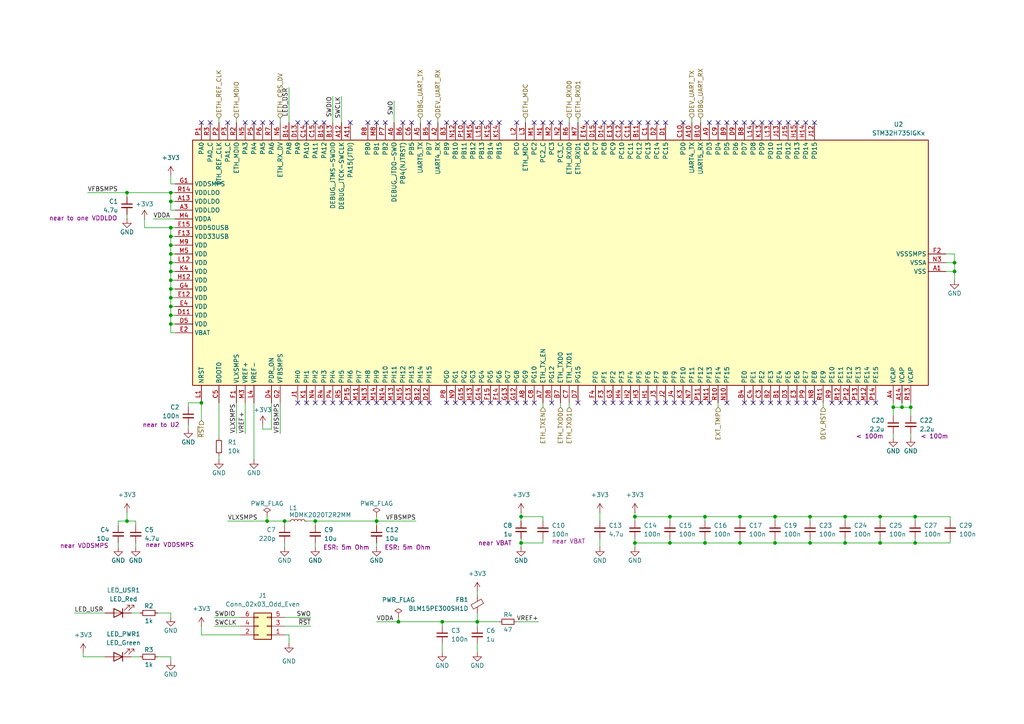
<source format=kicad_sch>
(kicad_sch (version 20231120) (generator "eeschema") (generator_version "8.0")
  (paper "A4")
  (junction (at 255.27 157.48))
  (junction (at 214.63 149.86))
  (junction (at 109.22 151.13))
  (junction (at 276.86 78.74))
  (junction (at 214.63 157.48))
  (junction (at 265.43 157.48))
  (junction (at 276.86 76.2))
  (junction (at 194.31 149.86))
  (junction (at 49.53 88.9))
  (junction (at 49.53 71.12))
  (junction (at 245.11 149.86))
  (junction (at 36.83 151.13))
  (junction (at 36.83 55.88))
  (junction (at 49.53 93.98))
  (junction (at 82.55 151.13))
  (junction (at 49.53 55.88))
  (junction (at 49.53 73.66))
  (junction (at 49.53 78.74))
  (junction (at 49.53 81.28))
  (junction (at 194.31 157.48))
  (junction (at 255.27 149.86))
  (junction (at 49.53 86.36))
  (junction (at 265.43 149.86))
  (junction (at 204.47 149.86))
  (junction (at 234.95 157.48))
  (junction (at 49.53 91.44))
  (junction (at 224.79 149.86))
  (junction (at 49.53 68.58))
  (junction (at 184.15 149.86))
  (junction (at 264.16 118.11))
  (junction (at 115.57 180.34))
  (junction (at 49.53 58.42))
  (junction (at 234.95 149.86))
  (junction (at 77.47 151.13))
  (junction (at 49.53 83.82))
  (junction (at 91.44 151.13))
  (junction (at 224.79 157.48))
  (junction (at 138.43 180.34))
  (junction (at 151.13 157.48))
  (junction (at 151.13 149.86))
  (junction (at 49.53 76.2))
  (junction (at 204.47 157.48))
  (junction (at 261.62 118.11))
  (junction (at 245.11 157.48))
  (junction (at 184.15 157.48))
  (junction (at 128.27 180.34))
  (junction (at 58.42 116.84))
  (junction (at 49.53 66.04))
  (junction (at 259.08 118.11))
  (no_connect (at 223.52 116.84))
  (no_connect (at 185.42 116.84))
  (no_connect (at 243.84 116.84))
  (no_connect (at 119.38 35.56))
  (no_connect (at 210.82 35.56))
  (no_connect (at 172.72 35.56))
  (no_connect (at 193.04 116.84))
  (no_connect (at 177.8 35.56))
  (no_connect (at 106.68 35.56))
  (no_connect (at 134.62 35.56))
  (no_connect (at 167.64 116.84))
  (no_connect (at 187.96 35.56))
  (no_connect (at 198.12 35.56))
  (no_connect (at 210.82 116.84))
  (no_connect (at 142.24 116.84))
  (no_connect (at 88.9 116.84))
  (no_connect (at 147.32 116.84))
  (no_connect (at 111.76 116.84))
  (no_connect (at 91.44 116.84))
  (no_connect (at 111.76 35.56))
  (no_connect (at 60.96 35.56))
  (no_connect (at 218.44 35.56))
  (no_connect (at 134.62 116.84))
  (no_connect (at 149.86 116.84))
  (no_connect (at 101.6 116.84))
  (no_connect (at 228.6 35.56))
  (no_connect (at 129.54 35.56))
  (no_connect (at 205.74 116.84))
  (no_connect (at 124.46 116.84))
  (no_connect (at 233.68 35.56))
  (no_connect (at 114.3 116.84))
  (no_connect (at 160.02 35.56))
  (no_connect (at 78.74 35.56))
  (no_connect (at 231.14 116.84))
  (no_connect (at 236.22 116.84))
  (no_connect (at 226.06 35.56))
  (no_connect (at 104.14 116.84))
  (no_connect (at 177.8 116.84))
  (no_connect (at 99.06 116.84))
  (no_connect (at 132.08 35.56))
  (no_connect (at 116.84 35.56))
  (no_connect (at 254 116.84))
  (no_connect (at 172.72 116.84))
  (no_connect (at 129.54 116.84))
  (no_connect (at 132.08 116.84))
  (no_connect (at 76.2 35.56))
  (no_connect (at 205.74 35.56))
  (no_connect (at 180.34 35.56))
  (no_connect (at 226.06 116.84))
  (no_connect (at 223.52 35.56))
  (no_connect (at 144.78 116.84))
  (no_connect (at 190.5 116.84))
  (no_connect (at 86.36 35.56))
  (no_connect (at 58.42 35.56))
  (no_connect (at 218.44 116.84))
  (no_connect (at 91.44 35.56))
  (no_connect (at 106.68 116.84))
  (no_connect (at 215.9 35.56))
  (no_connect (at 251.46 116.84))
  (no_connect (at 96.52 116.84))
  (no_connect (at 73.66 35.56))
  (no_connect (at 139.7 116.84))
  (no_connect (at 162.56 35.56))
  (no_connect (at 93.98 35.56))
  (no_connect (at 231.14 35.56))
  (no_connect (at 208.28 35.56))
  (no_connect (at 187.96 116.84))
  (no_connect (at 137.16 35.56))
  (no_connect (at 109.22 116.84))
  (no_connect (at 124.46 35.56))
  (no_connect (at 88.9 35.56))
  (no_connect (at 246.38 116.84))
  (no_connect (at 121.92 116.84))
  (no_connect (at 175.26 35.56))
  (no_connect (at 93.98 116.84))
  (no_connect (at 116.84 116.84))
  (no_connect (at 220.98 35.56))
  (no_connect (at 241.3 116.84))
  (no_connect (at 170.18 35.56))
  (no_connect (at 154.94 35.56))
  (no_connect (at 109.22 35.56))
  (no_connect (at 142.24 35.56))
  (no_connect (at 203.2 116.84))
  (no_connect (at 198.12 116.84))
  (no_connect (at 137.16 116.84))
  (no_connect (at 215.9 116.84))
  (no_connect (at 233.68 116.84))
  (no_connect (at 236.22 35.56))
  (no_connect (at 139.7 35.56))
  (no_connect (at 200.66 116.84))
  (no_connect (at 185.42 35.56))
  (no_connect (at 180.34 116.84))
  (no_connect (at 152.4 116.84))
  (no_connect (at 193.04 35.56))
  (no_connect (at 157.48 35.56))
  (no_connect (at 182.88 35.56))
  (no_connect (at 190.5 35.56))
  (no_connect (at 86.36 116.84))
  (no_connect (at 66.04 35.56))
  (no_connect (at 228.6 116.84))
  (no_connect (at 119.38 116.84))
  (no_connect (at 182.88 116.84))
  (no_connect (at 144.78 35.56))
  (no_connect (at 213.36 35.56))
  (no_connect (at 71.12 35.56))
  (no_connect (at 160.02 116.84))
  (no_connect (at 175.26 116.84))
  (no_connect (at 248.92 116.84))
  (no_connect (at 101.6 35.56))
  (no_connect (at 149.86 35.56))
  (no_connect (at 220.98 116.84))
  (no_connect (at 154.94 116.84))
  (no_connect (at 195.58 116.84))
  (wire (pts (xy 50.8 58.42) (xy 49.53 58.42)))
  (wire (pts (xy 58.42 184.15) (xy 69.85 184.15)))
  (wire (pts (xy 275.59 156.21) (xy 275.59 157.48)))
  (wire (pts (xy 81.28 34.29) (xy 81.28 35.56)))
  (wire (pts (xy 68.58 34.29) (xy 68.58 35.56)))
  (wire (pts (xy 45.72 177.8) (xy 49.53 177.8)))
  (wire (pts (xy 58.42 181.61) (xy 58.42 184.15)))
  (wire (pts (xy 54.61 123.19) (xy 54.61 124.46)))
  (wire (pts (xy 82.55 151.13) (xy 83.82 151.13)))
  (wire (pts (xy 49.53 91.44) (xy 49.53 93.98)))
  (wire (pts (xy 91.44 157.48) (xy 91.44 158.75)))
  (wire (pts (xy 34.29 157.48) (xy 34.29 158.75)))
  (wire (pts (xy 234.95 156.21) (xy 234.95 157.48)))
  (wire (pts (xy 167.64 35.56) (xy 167.64 34.29)))
  (wire (pts (xy 151.13 149.86) (xy 157.48 149.86)))
  (wire (pts (xy 128.27 180.34) (xy 138.43 180.34)))
  (wire (pts (xy 214.63 149.86) (xy 204.47 149.86)))
  (wire (pts (xy 77.47 151.13) (xy 82.55 151.13)))
  (wire (pts (xy 162.56 116.84) (xy 162.56 118.11)))
  (wire (pts (xy 50.8 81.28) (xy 49.53 81.28)))
  (wire (pts (xy 77.47 149.86) (xy 77.47 151.13)))
  (wire (pts (xy 238.76 116.84) (xy 238.76 118.11)))
  (wire (pts (xy 36.83 148.59) (xy 36.83 151.13)))
  (wire (pts (xy 151.13 157.48) (xy 151.13 158.75)))
  (wire (pts (xy 224.79 149.86) (xy 214.63 149.86)))
  (wire (pts (xy 165.1 34.29) (xy 165.1 35.56)))
  (wire (pts (xy 265.43 157.48) (xy 275.59 157.48)))
  (wire (pts (xy 109.22 151.13) (xy 91.44 151.13)))
  (wire (pts (xy 255.27 149.86) (xy 245.11 149.86)))
  (wire (pts (xy 224.79 157.48) (xy 234.95 157.48)))
  (wire (pts (xy 265.43 149.86) (xy 255.27 149.86)))
  (wire (pts (xy 204.47 156.21) (xy 204.47 157.48)))
  (wire (pts (xy 204.47 149.86) (xy 194.31 149.86)))
  (wire (pts (xy 115.57 179.07) (xy 115.57 180.34)))
  (wire (pts (xy 245.11 149.86) (xy 234.95 149.86)))
  (wire (pts (xy 99.06 27.94) (xy 99.06 35.56)))
  (wire (pts (xy 214.63 156.21) (xy 214.63 157.48)))
  (wire (pts (xy 121.92 34.29) (xy 121.92 35.56)))
  (wire (pts (xy 49.53 76.2) (xy 49.53 73.66)))
  (wire (pts (xy 138.43 171.45) (xy 138.43 172.72)))
  (wire (pts (xy 276.86 73.66) (xy 276.86 76.2)))
  (wire (pts (xy 245.11 157.48) (xy 255.27 157.48)))
  (wire (pts (xy 62.23 181.61) (xy 69.85 181.61)))
  (wire (pts (xy 173.99 148.59) (xy 173.99 151.13)))
  (wire (pts (xy 276.86 78.74) (xy 276.86 81.28)))
  (wire (pts (xy 68.58 125.73) (xy 68.58 116.84)))
  (wire (pts (xy 78.74 124.46) (xy 78.74 116.84)))
  (wire (pts (xy 152.4 34.29) (xy 152.4 35.56)))
  (wire (pts (xy 82.55 184.15) (xy 83.82 184.15)))
  (wire (pts (xy 214.63 157.48) (xy 224.79 157.48)))
  (wire (pts (xy 264.16 118.11) (xy 264.16 120.65)))
  (wire (pts (xy 194.31 156.21) (xy 194.31 157.48)))
  (wire (pts (xy 50.8 68.58) (xy 49.53 68.58)))
  (wire (pts (xy 49.53 190.5) (xy 49.53 191.77)))
  (wire (pts (xy 184.15 148.59) (xy 184.15 149.86)))
  (wire (pts (xy 50.8 78.74) (xy 49.53 78.74)))
  (wire (pts (xy 200.66 34.29) (xy 200.66 35.56)))
  (wire (pts (xy 81.28 116.84) (xy 81.28 125.73)))
  (wire (pts (xy 275.59 149.86) (xy 265.43 149.86)))
  (wire (pts (xy 36.83 55.88) (xy 49.53 55.88)))
  (wire (pts (xy 203.2 34.29) (xy 203.2 35.56)))
  (wire (pts (xy 275.59 151.13) (xy 275.59 149.86)))
  (wire (pts (xy 151.13 149.86) (xy 151.13 151.13)))
  (wire (pts (xy 184.15 157.48) (xy 194.31 157.48)))
  (wire (pts (xy 194.31 157.48) (xy 204.47 157.48)))
  (wire (pts (xy 234.95 149.86) (xy 234.95 151.13)))
  (wire (pts (xy 49.53 81.28) (xy 49.53 83.82)))
  (wire (pts (xy 255.27 156.21) (xy 255.27 157.48)))
  (wire (pts (xy 259.08 116.84) (xy 259.08 118.11)))
  (wire (pts (xy 259.08 125.73) (xy 259.08 127)))
  (wire (pts (xy 255.27 157.48) (xy 265.43 157.48)))
  (wire (pts (xy 82.55 157.48) (xy 82.55 158.75)))
  (wire (pts (xy 274.32 73.66) (xy 276.86 73.66)))
  (wire (pts (xy 194.31 149.86) (xy 194.31 151.13)))
  (wire (pts (xy 49.53 68.58) (xy 49.53 71.12)))
  (wire (pts (xy 76.2 124.46) (xy 78.74 124.46)))
  (wire (pts (xy 157.48 151.13) (xy 157.48 149.86)))
  (wire (pts (xy 184.15 157.48) (xy 184.15 158.75)))
  (wire (pts (xy 62.23 179.07) (xy 69.85 179.07)))
  (wire (pts (xy 25.4 55.88) (xy 36.83 55.88)))
  (wire (pts (xy 50.8 93.98) (xy 49.53 93.98)))
  (wire (pts (xy 274.32 76.2) (xy 276.86 76.2)))
  (wire (pts (xy 39.37 151.13) (xy 39.37 152.4)))
  (wire (pts (xy 50.8 53.34) (xy 49.53 53.34)))
  (wire (pts (xy 157.48 116.84) (xy 157.48 118.11)))
  (wire (pts (xy 71.12 116.84) (xy 71.12 125.73)))
  (wire (pts (xy 44.45 63.5) (xy 50.8 63.5)))
  (wire (pts (xy 63.5 116.84) (xy 63.5 127)))
  (wire (pts (xy 41.91 66.04) (xy 41.91 63.5)))
  (wire (pts (xy 45.72 190.5) (xy 49.53 190.5)))
  (wire (pts (xy 50.8 83.82) (xy 49.53 83.82)))
  (wire (pts (xy 36.83 151.13) (xy 39.37 151.13)))
  (wire (pts (xy 264.16 116.84) (xy 264.16 118.11)))
  (wire (pts (xy 91.44 151.13) (xy 91.44 152.4)))
  (wire (pts (xy 36.83 55.88) (xy 36.83 57.15)))
  (wire (pts (xy 265.43 149.86) (xy 265.43 151.13)))
  (wire (pts (xy 157.48 156.21) (xy 157.48 157.48)))
  (wire (pts (xy 234.95 157.48) (xy 245.11 157.48)))
  (wire (pts (xy 82.55 179.07) (xy 90.17 179.07)))
  (wire (pts (xy 34.29 151.13) (xy 34.29 152.4)))
  (wire (pts (xy 63.5 132.08) (xy 63.5 133.35)))
  (wire (pts (xy 49.53 177.8) (xy 49.53 179.07)))
  (wire (pts (xy 49.53 60.96) (xy 49.53 58.42)))
  (wire (pts (xy 41.91 66.04) (xy 49.53 66.04)))
  (wire (pts (xy 157.48 157.48) (xy 151.13 157.48)))
  (wire (pts (xy 184.15 156.21) (xy 184.15 157.48)))
  (wire (pts (xy 165.1 118.11) (xy 165.1 116.84)))
  (wire (pts (xy 208.28 116.84) (xy 208.28 118.11)))
  (wire (pts (xy 151.13 148.59) (xy 151.13 149.86)))
  (wire (pts (xy 24.13 190.5) (xy 30.48 190.5)))
  (wire (pts (xy 76.2 123.19) (xy 76.2 124.46)))
  (wire (pts (xy 50.8 86.36) (xy 49.53 86.36)))
  (wire (pts (xy 54.61 116.84) (xy 58.42 116.84)))
  (wire (pts (xy 38.1 190.5) (xy 40.64 190.5)))
  (wire (pts (xy 50.8 88.9) (xy 49.53 88.9)))
  (wire (pts (xy 149.86 180.34) (xy 156.21 180.34)))
  (wire (pts (xy 63.5 34.29) (xy 63.5 35.56)))
  (wire (pts (xy 109.22 157.48) (xy 109.22 158.75)))
  (wire (pts (xy 49.53 66.04) (xy 49.53 68.58)))
  (wire (pts (xy 151.13 156.21) (xy 151.13 157.48)))
  (wire (pts (xy 255.27 149.86) (xy 255.27 151.13)))
  (wire (pts (xy 114.3 29.21) (xy 114.3 35.56)))
  (wire (pts (xy 39.37 157.48) (xy 39.37 158.75)))
  (wire (pts (xy 49.53 58.42) (xy 49.53 55.88)))
  (wire (pts (xy 128.27 186.69) (xy 128.27 189.23)))
  (wire (pts (xy 109.22 152.4) (xy 109.22 151.13)))
  (wire (pts (xy 50.8 73.66) (xy 49.53 73.66)))
  (wire (pts (xy 259.08 118.11) (xy 259.08 120.65)))
  (wire (pts (xy 82.55 151.13) (xy 82.55 152.4)))
  (wire (pts (xy 214.63 149.86) (xy 214.63 151.13)))
  (wire (pts (xy 138.43 180.34) (xy 138.43 181.61)))
  (wire (pts (xy 49.53 93.98) (xy 49.53 96.52)))
  (wire (pts (xy 49.53 88.9) (xy 49.53 91.44)))
  (wire (pts (xy 138.43 186.69) (xy 138.43 189.23)))
  (wire (pts (xy 245.11 149.86) (xy 245.11 151.13)))
  (wire (pts (xy 128.27 181.61) (xy 128.27 180.34)))
  (wire (pts (xy 24.13 189.23) (xy 24.13 190.5)))
  (wire (pts (xy 50.8 60.96) (xy 49.53 60.96)))
  (wire (pts (xy 265.43 156.21) (xy 265.43 157.48)))
  (wire (pts (xy 49.53 53.34) (xy 49.53 50.8)))
  (wire (pts (xy 66.04 151.13) (xy 77.47 151.13)))
  (wire (pts (xy 264.16 125.73) (xy 264.16 127)))
  (wire (pts (xy 224.79 149.86) (xy 224.79 151.13)))
  (wire (pts (xy 21.59 177.8) (xy 30.48 177.8)))
  (wire (pts (xy 91.44 151.13) (xy 88.9 151.13)))
  (wire (pts (xy 83.82 25.4) (xy 83.82 35.56)))
  (wire (pts (xy 173.99 156.21) (xy 173.99 158.75)))
  (wire (pts (xy 50.8 76.2) (xy 49.53 76.2)))
  (wire (pts (xy 49.53 55.88) (xy 50.8 55.88)))
  (wire (pts (xy 184.15 149.86) (xy 184.15 151.13)))
  (wire (pts (xy 276.86 76.2) (xy 276.86 78.74)))
  (wire (pts (xy 261.62 118.11) (xy 261.62 116.84)))
  (wire (pts (xy 83.82 184.15) (xy 83.82 186.69)))
  (wire (pts (xy 82.55 181.61) (xy 90.17 181.61)))
  (wire (pts (xy 38.1 177.8) (xy 40.64 177.8)))
  (wire (pts (xy 224.79 156.21) (xy 224.79 157.48)))
  (wire (pts (xy 138.43 177.8) (xy 138.43 180.34)))
  (wire (pts (xy 54.61 118.11) (xy 54.61 116.84)))
  (wire (pts (xy 234.95 149.86) (xy 224.79 149.86)))
  (wire (pts (xy 49.53 78.74) (xy 49.53 76.2)))
  (wire (pts (xy 259.08 118.11) (xy 261.62 118.11)))
  (wire (pts (xy 109.22 149.86) (xy 109.22 151.13)))
  (wire (pts (xy 50.8 66.04) (xy 49.53 66.04)))
  (wire (pts (xy 36.83 62.23) (xy 36.83 63.5)))
  (wire (pts (xy 50.8 96.52) (xy 49.53 96.52)))
  (wire (pts (xy 49.53 86.36) (xy 49.53 83.82)))
  (wire (pts (xy 127 34.29) (xy 127 35.56)))
  (wire (pts (xy 115.57 180.34) (xy 128.27 180.34)))
  (wire (pts (xy 49.53 78.74) (xy 49.53 81.28)))
  (wire (pts (xy 204.47 157.48) (xy 214.63 157.48)))
  (wire (pts (xy 245.11 156.21) (xy 245.11 157.48)))
  (wire (pts (xy 49.53 86.36) (xy 49.53 88.9)))
  (wire (pts (xy 49.53 71.12) (xy 50.8 71.12)))
  (wire (pts (xy 73.66 116.84) (xy 73.66 133.35)))
  (wire (pts (xy 261.62 118.11) (xy 264.16 118.11)))
  (wire (pts (xy 274.32 78.74) (xy 276.86 78.74)))
  (wire (pts (xy 34.29 151.13) (xy 36.83 151.13)))
  (wire (pts (xy 138.43 180.34) (xy 144.78 180.34)))
  (wire (pts (xy 49.53 71.12) (xy 49.53 73.66)))
  (wire (pts (xy 109.22 180.34) (xy 115.57 180.34)))
  (wire (pts (xy 109.22 151.13) (xy 120.65 151.13)))
  (wire (pts (xy 204.47 149.86) (xy 204.47 151.13)))
  (wire (pts (xy 96.52 27.94) (xy 96.52 35.56)))
  (wire (pts (xy 50.8 91.44) (xy 49.53 91.44)))
  (wire (pts (xy 194.31 149.86) (xy 184.15 149.86)))
  (wire (pts (xy 58.42 121.92) (xy 58.42 116.84)))
  (label "VFBSMPS" (at 25.4 55.88 0))
  (label "VLXSMPS" (at 68.58 125.73 90))
  (label "LED_USR" (at 83.82 25.4 270))
  (label "SWCLK" (at 99.06 27.94 270))
  (label "VLXSMPS" (at 66.04 151.13 0))
  (label "SWDIO" (at 62.23 179.07 0))
  (label "LED_USR" (at 21.59 177.8 0))
  (label "VDDA" (at 44.45 63.5 0))
  (label "SWCLK" (at 62.23 181.61 0))
  (label "VREF+" (at 156.21 180.34 180))
  (label "VFBSMPS" (at 120.65 151.13 180))
  (label "VFBSMPS" (at 81.28 125.73 90))
  (label "SWO" (at 90.17 179.07 180))
  (label "VDDA" (at 109.22 180.34 0))
  (label "SWO" (at 114.3 29.21 270))
  (label "SWDIO" (at 96.52 27.94 270))
  (label "~{RST}" (at 90.17 181.61 180))
  (label "VREF+" (at 71.12 125.73 90))
  (hierarchical_label "ETH_TXD0" (shape input) (at 162.56 118.11 270))
  (hierarchical_label "ETH_CRS_DV" (shape input) (at 81.28 34.29 90))
  (hierarchical_label "ETH_MDIO" (shape input) (at 68.58 34.29 90))
  (hierarchical_label "ETH_REF_CLK" (shape input) (at 63.5 34.29 90))
  (hierarchical_label "ETH_TXEN" (shape input) (at 157.48 118.11 270))
  (hierarchical_label "EXT_TMP" (shape input) (at 208.28 118.11 270))
  (hierarchical_label "DEV_UART_RX" (shape input) (at 127 34.29 90))
  (hierarchical_label "DBG_UART_TX" (shape input) (at 121.92 34.29 90))
  (hierarchical_label "~{RST}" (shape input) (at 58.42 121.92 270))
  (hierarchical_label "DEV_UART_TX" (shape input) (at 200.66 34.29 90))
  (hierarchical_label "ETH_TXD1" (shape input) (at 165.1 118.11 270))
  (hierarchical_label "ETH_MDC" (shape input) (at 152.4 34.29 90))
  (hierarchical_label "DEV_RST" (shape input) (at 238.76 118.11 270))
  (hierarchical_label "ETH_RXD1" (shape input) (at 167.64 34.29 90))
  (hierarchical_label "ETH_RXD0" (shape input) (at 165.1 34.29 90))
  (hierarchical_label "DBG_UART_RX" (shape input) (at 203.2 34.29 90))
  (symbol (lib_id "power:GND") (at 91.44 158.75 0) (unit 1)
    (property "Reference" "#PWR020" (effects (hide yes)))
    (property "Value" "GND" (at 91.44 162.56 0))
    (property "Description" "Power symbol creates a global label with name \"GND\" , ground" (effects (hide yes)))
  )
  (symbol (lib_id "Device:C_Small") (at 259.08 123.19 0) (mirror y) (unit 1)
    (property "Reference" "C20" (at 256.54 121.9262 0) (effects (justify left)))
    (property "Value" "2.2u" (at 256.54 124.4662 0) (effects (justify left)))
    (property "Footprint" "Capacitor_SMD:C_0402_1005Metric_Pad0.74x0.62mm_HandSolder" (effects (hide yes)))
    (property "Description" "Unpolarized capacitor, small symbol" (effects (hide yes)))
    (property "ESR" "< 100m" (at 256.286 126.492 0) (effects (justify left)))
    (property "Mouser Part Number" "963-MSASL105SB5225KF" (effects (hide yes)))
  )
  (symbol (lib_id "power:GND") (at 49.53 179.07 0) (unit 1)
    (property "Reference" "#PWR05" (effects (hide yes)))
    (property "Value" "GND" (at 49.53 182.88 0))
    (property "Description" "Power symbol creates a global label with name \"GND\" , ground" (effects (hide yes)))
  )
  (symbol (lib_id "power:GND") (at 276.86 81.28 0) (unit 1)
    (property "Reference" "#PWR031" (effects (hide yes)))
    (property "Value" "GND" (at 276.86 85.09 0))
    (property "Description" "Power symbol creates a global label with name \"GND\" , ground" (effects (hide yes)))
  )
  (symbol (lib_id "Device:LED") (at 34.29 190.5 180) (unit 1)
    (property "Reference" "LED_PWR1" (at 35.814 183.896 0))
    (property "Value" "LED_Green" (at 35.814 186.436 0))
    (property "Footprint" "LED_SMD:LED_0402_1005Metric_Pad0.77x0.64mm_HandSolder" (effects (hide yes)))
    (property "Description" "Light emitting diode" (effects (hide yes)))
    (property "Mouser Part Number" "755-SML-P11MTT86R" (effects (hide yes)))
    (property "Display" "PWR" (effects (hide yes)))
  )
  (symbol (lib_id "Device:C_Small") (at 157.48 153.67 0) (unit 1)
    (property "Reference" "C10" (at 160.02 152.4062 0) (effects (justify left)))
    (property "Value" "100n" (at 160.02 154.9462 0) (effects (justify left)))
    (property "Footprint" "Capacitor_SMD:C_0402_1005Metric_Pad0.74x0.62mm_HandSolder" (effects (hide yes)))
    (property "Description" "Unpolarized capacitor, small symbol" (effects (hide yes)))
    (property "note" "near VBAT" (at 160.02 156.972 0) (effects (justify left)))
    (property "Mouser Part Number" "187-80-C0402C104K4R7867" (effects (hide yes)))
  )
  (symbol (lib_id "power:PWR_FLAG") (at 77.47 149.86 0) (unit 1)
    (property "Reference" "#FLG05" (effects (hide yes)))
    (property "Value" "PWR_FLAG" (at 77.47 146.05 0))
    (property "Description" "Special symbol for telling ERC where power comes from" (effects (hide yes)))
  )
  (symbol (lib_id "power:GND") (at 54.61 124.46 0) (unit 1)
    (property "Reference" "#PWR045" (effects (hide yes)))
    (property "Value" "GND" (at 54.61 128.27 0))
    (property "Description" "Power symbol creates a global label with name \"GND\" , ground" (effects (hide yes)))
  )
  (symbol (lib_id "Device:C_Small") (at 184.15 153.67 0) (unit 1)
    (property "Reference" "C14" (at 186.69 152.4062 0) (effects (justify left)))
    (property "Value" "100n" (at 186.69 154.9462 0) (effects (justify left)))
    (property "Footprint" "Capacitor_SMD:C_0402_1005Metric_Pad0.74x0.62mm_HandSolder" (effects (hide yes)))
    (property "Description" "Unpolarized capacitor, small symbol" (effects (hide yes)))
    (property "Mouser Part Number" "187-80-C0402C104K4R7867" (effects (hide yes)))
  )
  (symbol (lib_id "Device:C_Small") (at 255.27 153.67 0) (unit 1)
    (property "Reference" "C25" (at 257.81 152.4062 0) (effects (justify left)))
    (property "Value" "100n" (at 257.81 154.9462 0) (effects (justify left)))
    (property "Footprint" "Capacitor_SMD:C_0402_1005Metric_Pad0.74x0.62mm_HandSolder" (effects (hide yes)))
    (property "Description" "Unpolarized capacitor, small symbol" (effects (hide yes)))
    (property "Mouser Part Number" "187-80-C0402C104K4R7867" (effects (hide yes)))
  )
  (symbol (lib_id "power:+3V3") (at 58.42 181.61 0) (unit 1)
    (property "Reference" "#PWR07" (effects (hide yes)))
    (property "Value" "+3V3" (at 58.42 176.53 0))
    (property "Description" "Power symbol creates a global label with name \"+3V3\"" (effects (hide yes)))
  )
  (symbol (lib_id "power:PWR_FLAG") (at 109.22 149.86 0) (unit 1)
    (property "Reference" "#FLG04" (effects (hide yes)))
    (property "Value" "PWR_FLAG" (at 109.22 146.05 0))
    (property "Description" "Special symbol for telling ERC where power comes from" (effects (hide yes)))
  )
  (symbol (lib_id "Device:C_Small") (at 224.79 153.67 0) (unit 1)
    (property "Reference" "C19" (at 227.33 152.4062 0) (effects (justify left)))
    (property "Value" "100n" (at 227.33 154.9462 0) (effects (justify left)))
    (property "Footprint" "Capacitor_SMD:C_0402_1005Metric_Pad0.74x0.62mm_HandSolder" (effects (hide yes)))
    (property "Description" "Unpolarized capacitor, small symbol" (effects (hide yes)))
    (property "Mouser Part Number" "187-80-C0402C104K4R7867" (effects (hide yes)))
  )
  (symbol (lib_id "Device:C_Small") (at 214.63 153.67 0) (unit 1)
    (property "Reference" "C17" (at 217.17 152.4062 0) (effects (justify left)))
    (property "Value" "100n" (at 217.17 154.9462 0) (effects (justify left)))
    (property "Footprint" "Capacitor_SMD:C_0402_1005Metric_Pad0.74x0.62mm_HandSolder" (effects (hide yes)))
    (property "Description" "Unpolarized capacitor, small symbol" (effects (hide yes)))
    (property "Mouser Part Number" "187-80-C0402C104K4R7867" (effects (hide yes)))
  )
  (symbol (lib_id "power:+3V3") (at 76.2 123.19 0) (unit 1)
    (property "Reference" "#PWR08" (effects (hide yes)))
    (property "Value" "+3V3" (at 76.2 118.872 0))
    (property "Description" "Power symbol creates a global label with name \"+3V3\"" (effects (hide yes)))
  )
  (symbol (lib_id "Device:C_Small") (at 34.29 154.94 0) (mirror y) (unit 1)
    (property "Reference" "C4" (at 31.75 153.6762 0) (effects (justify left)))
    (property "Value" "10u" (at 31.75 156.2162 0) (effects (justify left)))
    (property "Footprint" "Capacitor_SMD:C_0402_1005Metric_Pad0.74x0.62mm_HandSolder" (effects (hide yes)))
    (property "Description" "Unpolarized capacitor, small symbol" (effects (hide yes)))
    (property "note" "near VDDSMPS" (at 31.496 158.242 0) (effects (justify left)))
    (property "Mouser Part Number" "187-CL05A106MP6NUN8" (effects (hide yes)))
  )
  (symbol (lib_id "Device:C_Small") (at 109.22 154.94 0) (unit 1)
    (property "Reference" "C12" (at 111.76 153.6762 0) (effects (justify left)))
    (property "Value" "10u" (at 111.76 156.2162 0) (effects (justify left)))
    (property "Footprint" "Capacitor_SMD:C_0402_1005Metric_Pad0.74x0.62mm_HandSolder" (effects (hide yes)))
    (property "Description" "Unpolarized capacitor, small symbol" (effects (hide yes)))
    (property "ESR" "5m Ohm" (at 111.506 158.75 0) (show_name yes) (effects (justify left)))
    (property "Mouser Part Number" "187-CL05A106MP6NUN8" (effects (hide yes)))
  )
  (symbol (lib_id "power:GND") (at 73.66 133.35 0) (unit 1)
    (property "Reference" "#PWR043" (effects (hide yes)))
    (property "Value" "GND" (at 73.66 137.16 0))
    (property "Description" "Power symbol creates a global label with name \"GND\" , ground" (effects (hide yes)))
  )
  (symbol (lib_id "Connector_Generic:Conn_02x03_Odd_Even") (at 77.47 181.61 180) (unit 1)
    (property "Reference" "J1" (at 76.2 172.72 0))
    (property "Value" "Conn_02x03_Odd_Even" (at 76.2 175.26 0))
    (property "Footprint" "extras:SAMTEC_CLT-103-01-F-D" (effects (hide yes)))
    (property "Description" "Generic connector, double row, 02x03, odd/even pin numbering scheme (row 1 odd numbers, row 2 even numbers), script generated (kicad-library-utils/schlib/autogen/connector/)" (effects (hide yes)))
    (property "Mouser Part Number" "710-62000621121" (effects (hide yes)))
  )
  (symbol (lib_id "power:GND") (at 173.99 158.75 0) (unit 1)
    (property "Reference" "#PWR024" (effects (hide yes)))
    (property "Value" "GND" (at 173.99 162.56 0))
    (property "Description" "Power symbol creates a global label with name \"GND\" , ground" (effects (hide yes)))
  )
  (symbol (lib_id "power:+3V3") (at 49.53 50.8 0) (unit 1)
    (property "Reference" "#PWR044" (effects (hide yes)))
    (property "Value" "+3V3" (at 49.53 45.72 0))
    (property "Description" "Power symbol creates a global label with name \"+3V3\"" (effects (hide yes)))
  )
  (symbol (lib_id "Device:C_Small") (at 54.61 120.65 0) (mirror y) (unit 1)
    (property "Reference" "C2" (at 52.07 118.1162 0) (effects (justify left)))
    (property "Value" "100n" (at 52.07 120.6562 0) (effects (justify left)))
    (property "Footprint" "Capacitor_SMD:C_0402_1005Metric_Pad0.74x0.62mm_HandSolder" (effects (hide yes)))
    (property "Description" "Unpolarized capacitor, small symbol" (effects (hide yes)))
    (property "note" "near to U2" (at 52.07 123.1962 0) (effects (justify left)))
    (property "Mouser Part Number" "187-80-C0402C104K4R7867" (effects (hide yes)))
  )
  (symbol (lib_id "Device:R_Small") (at 43.18 177.8 90) (unit 1)
    (property "Reference" "R2" (at 43.18 175.768 90))
    (property "Value" "1k" (at 43.18 180.086 90))
    (property "Footprint" "Resistor_SMD:R_0402_1005Metric_Pad0.72x0.64mm_HandSolder" (effects (hide yes)))
    (property "Description" "Resistor, small symbol" (effects (hide yes)))
    (property "Mouser Part Number" "652-CR0402AFX1001GLF" (effects (hide yes)))
  )
  (symbol (lib_id "Device:R_Small") (at 63.5 129.54 0) (unit 1)
    (property "Reference" "R1" (at 66.04 128.2699 0) (effects (justify left)))
    (property "Value" "10k" (at 66.04 130.8099 0) (effects (justify left)))
    (property "Footprint" "Resistor_SMD:R_0402_1005Metric_Pad0.72x0.64mm_HandSolder" (effects (hide yes)))
    (property "Description" "Resistor, small symbol" (effects (hide yes)))
    (property "Mouser Part Number" "652-CR0402AFX1002GAS" (effects (hide yes)))
  )
  (symbol (lib_id "power:GND") (at 39.37 158.75 0) (unit 1)
    (property "Reference" "#PWR013" (effects (hide yes)))
    (property "Value" "GND" (at 39.37 162.56 0))
    (property "Description" "Power symbol creates a global label with name \"GND\" , ground" (effects (hide yes)))
  )
  (symbol (lib_id "power:GND") (at 151.13 158.75 0) (unit 1)
    (property "Reference" "#PWR019" (effects (hide yes)))
    (property "Value" "GND" (at 151.13 162.56 0))
    (property "Description" "Power symbol creates a global label with name \"GND\" , ground" (effects (hide yes)))
  )
  (symbol (lib_id "Device:C_Small") (at 39.37 154.94 0) (unit 1)
    (property "Reference" "C5" (at 41.91 153.6762 0) (effects (justify left)))
    (property "Value" "4.7u" (at 41.91 156.2162 0) (effects (justify left)))
    (property "Footprint" "Capacitor_SMD:C_0402_1005Metric_Pad0.74x0.62mm_HandSolder" (effects (hide yes)))
    (property "Description" "Unpolarized capacitor, small symbol" (effects (hide yes)))
    (property "note" "near VDDSMPS" (at 42.164 157.988 0) (effects (justify left)))
    (property "Mouser Part Number" "187-CL05A475MP5NRNC" (effects (hide yes)))
  )
  (symbol (lib_id "power:GND") (at 82.55 158.75 0) (unit 1)
    (property "Reference" "#PWR017" (effects (hide yes)))
    (property "Value" "GND" (at 82.55 162.56 0))
    (property "Description" "Power symbol creates a global label with name \"GND\" , ground" (effects (hide yes)))
  )
  (symbol (lib_id "MCU_ST_STM32H7:STM32H735IGKx") (at 162.56 76.2 90) (unit 1)
    (property "Reference" "U2" (at 260.604 36.068 90))
    (property "Value" "STM32H735IGKx" (at 260.604 38.608 90))
    (property "Footprint" "Package_BGA:UFBGA-201_10x10mm_Layout15x15_P0.65mm" (effects (hide yes)))
    (property "Datasheet" "https://www.st.com/resource/en/datasheet/stm32h735ig.pdf" (effects (hide yes)))
    (property "Description" "STMicroelectronics Arm Cortex-M7 MCU, 1024KB flash, 564KB RAM, 550 MHz, 1.62-3.6V, 132 GPIO, UFBGA176" (effects (hide yes)))
    (property "Mouser Part Number" "511-STM32H735IGK6 " (effects (hide yes)))
    (pin "R6" (alternate "ETH_RXD0"))
    (pin "P2" (alternate "ETH_REF_CLK"))
    (pin "A7" (alternate "ETH_TX_EN"))
    (pin "A2" (alternate "UART4_RX"))
    (pin "A10" (alternate "UART4_TX"))
    (pin "M7" (alternate "ETH_RXD1"))
    (pin "C7" (alternate "ETH_TXD1"))
    (pin "B10" (alternate "UART5_RX"))
    (pin "A12" (alternate "DEBUG_JTCK-SWCLK"))
    (pin "A6" (alternate "DEBUG_JTDO-SWO"))
    (pin "A5" (alternate "UART5_TX"))
    (pin "L3" (alternate "ETH_MDC"))
    (pin "B13" (alternate "DEBUG_JTMS-SWDIO"))
    (pin "N6" (alternate "ETH_RX_DV"))
    (pin "B7" (alternate "ETH_TXD0"))
    (pin "R2" (alternate "ETH_MDIO"))
  )
  (symbol (lib_id "power:+3V3") (at 151.13 148.59 0) (unit 1)
    (property "Reference" "#PWR018" (effects (hide yes)))
    (property "Value" "+3V3" (at 151.13 143.51 0))
    (property "Description" "Power symbol creates a global label with name \"+3V3\"" (effects (hide yes)))
  )
  (symbol (lib_id "power:GND") (at 34.29 158.75 0) (unit 1)
    (property "Reference" "#PWR011" (effects (hide yes)))
    (property "Value" "GND" (at 34.29 162.56 0))
    (property "Description" "Power symbol creates a global label with name \"GND\" , ground" (effects (hide yes)))
  )
  (symbol (lib_id "power:GND") (at 128.27 189.23 0) (unit 1)
    (property "Reference" "#PWR010" (effects (hide yes)))
    (property "Value" "GND" (at 128.27 193.04 0))
    (property "Description" "Power symbol creates a global label with name \"GND\" , ground" (effects (hide yes)))
  )
  (symbol (lib_id "power:+3V3") (at 36.83 148.59 0) (unit 1)
    (property "Reference" "#PWR012" (effects (hide yes)))
    (property "Value" "+3V3" (at 36.83 143.51 0))
    (property "Description" "Power symbol creates a global label with name \"+3V3\"" (effects (hide yes)))
  )
  (symbol (lib_id "Device:FerriteBead_Small") (at 138.43 175.26 0) (mirror y) (unit 1)
    (property "Reference" "FB1" (at 135.89 173.9518 0) (effects (justify left)))
    (property "Value" "BLM15PE300SH1D" (at 135.89 176.4918 0) (effects (justify left)))
    (property "Footprint" "Inductor_SMD:L_0402_1005Metric_Pad0.77x0.64mm_HandSolder" (effects (hide yes)))
    (property "Description" "Ferrite bead, small symbol" (effects (hide yes)))
    (property "Mouser Part Number" "81-BLM15PE300SH1D" (effects (hide yes)))
  )
  (symbol (lib_id "power:GND") (at 109.22 158.75 0) (unit 1)
    (property "Reference" "#PWR022" (effects (hide yes)))
    (property "Value" "GND" (at 109.22 162.56 0))
    (property "Description" "Power symbol creates a global label with name \"GND\" , ground" (effects (hide yes)))
  )
  (symbol (lib_id "power:GND") (at 63.5 133.35 0) (unit 1)
    (property "Reference" "#PWR03" (effects (hide yes)))
    (property "Value" "GND" (at 63.5 137.16 0))
    (property "Description" "Power symbol creates a global label with name \"GND\" , ground" (effects (hide yes)))
  )
  (symbol (lib_id "Device:C_Small") (at 265.43 153.67 0) (unit 1)
    (property "Reference" "C27" (at 267.97 152.4062 0) (effects (justify left)))
    (property "Value" "100n" (at 267.97 154.9462 0) (effects (justify left)))
    (property "Footprint" "Capacitor_SMD:C_0402_1005Metric_Pad0.74x0.62mm_HandSolder" (effects (hide yes)))
    (property "Description" "Unpolarized capacitor, small symbol" (effects (hide yes)))
    (property "Mouser Part Number" "187-80-C0402C104K4R7867" (effects (hide yes)))
  )
  (symbol (lib_id "Device:LED") (at 34.29 177.8 180) (unit 1)
    (property "Reference" "LED_USR1" (at 35.814 171.196 0))
    (property "Value" "LED_Red" (at 35.814 173.736 0))
    (property "Footprint" "LED_SMD:LED_0402_1005Metric_Pad0.77x0.64mm_HandSolder" (effects (hide yes)))
    (property "Description" "Light emitting diode" (effects (hide yes)))
    (property "Mouser Part Number" "755-SML-P11UTT86R" (effects (hide yes)))
    (property "Display" "USR" (effects (hide yes)))
  )
  (symbol (lib_id "Device:C_Small") (at 275.59 153.67 0) (unit 1)
    (property "Reference" "C29" (at 278.13 152.4062 0) (effects (justify left)))
    (property "Value" "100n" (at 278.13 154.9462 0) (effects (justify left)))
    (property "Footprint" "Capacitor_SMD:C_0402_1005Metric_Pad0.74x0.62mm_HandSolder" (effects (hide yes)))
    (property "Description" "Unpolarized capacitor, small symbol" (effects (hide yes)))
    (property "Mouser Part Number" "187-80-C0402C104K4R7867" (effects (hide yes)))
  )
  (symbol (lib_id "Device:R_Small") (at 43.18 190.5 90) (unit 1)
    (property "Reference" "R3" (at 43.18 188.468 90))
    (property "Value" "1k" (at 43.18 192.786 90))
    (property "Footprint" "Resistor_SMD:R_0402_1005Metric_Pad0.72x0.64mm_HandSolder" (effects (hide yes)))
    (property "Description" "Resistor, small symbol" (effects (hide yes)))
    (property "Mouser Part Number" "652-CR0402AFX1001GLF" (effects (hide yes)))
  )
  (symbol (lib_id "Device:C_Small") (at 36.83 59.69 0) (mirror y) (unit 1)
    (property "Reference" "C1" (at 34.29 58.4262 0) (effects (justify left)))
    (property "Value" "4.7u" (at 34.29 60.9662 0) (effects (justify left)))
    (property "Footprint" "Capacitor_SMD:C_0402_1005Metric_Pad0.74x0.62mm_HandSolder" (effects (hide yes)))
    (property "Description" "Unpolarized capacitor, small symbol" (effects (hide yes)))
    (property "note" "near to one VDDLDO" (at 24.13 63.246 0))
    (property "Mouser Part Number" "187-CL05A475MP5NRNC" (effects (hide yes)))
  )
  (symbol (lib_id "Device:C_Small") (at 173.99 153.67 0) (unit 1)
    (property "Reference" "C13" (at 176.53 152.4062 0) (effects (justify left)))
    (property "Value" "4.7u" (at 176.53 154.9462 0) (effects (justify left)))
    (property "Footprint" "Capacitor_SMD:C_0402_1005Metric_Pad0.74x0.62mm_HandSolder" (effects (hide yes)))
    (property "Description" "Unpolarized capacitor, small symbol" (effects (hide yes)))
    (property "Mouser Part Number" "187-CL05A475MP5NRNC" (effects (hide yes)))
  )
  (symbol (lib_id "power:GND") (at 83.82 186.69 0) (unit 1)
    (property "Reference" "#PWR09" (effects (hide yes)))
    (property "Value" "GND" (at 83.82 191.77 0))
    (property "Description" "Power symbol creates a global label with name \"GND\" , ground" (effects (hide yes)))
  )
  (symbol (lib_id "Device:R_Small") (at 147.32 180.34 90) (unit 1)
    (property "Reference" "R4" (at 147.32 178.308 90))
    (property "Value" "47" (at 147.32 182.626 90))
    (property "Footprint" "Resistor_SMD:R_0402_1005Metric_Pad0.72x0.64mm_HandSolder" (effects (hide yes)))
    (property "Description" "Resistor, small symbol" (effects (hide yes)))
    (property "Mouser Part Number" "652-CR0402FX-47R0GLF" (effects (hide yes)))
  )
  (symbol (lib_id "power:+3V3") (at 184.15 148.59 0) (unit 1)
    (property "Reference" "#PWR025" (effects (hide yes)))
    (property "Value" "+3V3" (at 184.15 143.51 0))
    (property "Description" "Power symbol creates a global label with name \"+3V3\"" (effects (hide yes)))
  )
  (symbol (lib_id "Device:C_Small") (at 194.31 153.67 0) (unit 1)
    (property "Reference" "C15" (at 196.85 152.4062 0) (effects (justify left)))
    (property "Value" "100n" (at 196.85 154.9462 0) (effects (justify left)))
    (property "Footprint" "Capacitor_SMD:C_0402_1005Metric_Pad0.74x0.62mm_HandSolder" (effects (hide yes)))
    (property "Description" "Unpolarized capacitor, small symbol" (effects (hide yes)))
    (property "Mouser Part Number" "187-80-C0402C104K4R7867" (effects (hide yes)))
  )
  (symbol (lib_id "Device:C_Small") (at 138.43 184.15 0) (unit 1)
    (property "Reference" "C6" (at 140.97 182.8862 0) (effects (justify left)))
    (property "Value" "1u" (at 140.97 185.4262 0) (effects (justify left)))
    (property "Footprint" "Capacitor_SMD:C_0402_1005Metric_Pad0.74x0.62mm_HandSolder" (effects (hide yes)))
    (property "Description" "Unpolarized capacitor, small symbol" (effects (hide yes)))
    (property "Mouser Part Number" "187-CL05A105KO5NNNC" (effects (hide yes)))
  )
  (symbol (lib_id "Device:C_Small") (at 151.13 153.67 0) (mirror y) (unit 1)
    (property "Reference" "C8" (at 148.59 152.4062 0) (effects (justify left)))
    (property "Value" "1u" (at 148.59 154.9462 0) (effects (justify left)))
    (property "Footprint" "Capacitor_SMD:C_0402_1005Metric_Pad0.74x0.62mm_HandSolder" (effects (hide yes)))
    (property "Description" "Unpolarized capacitor, small symbol" (effects (hide yes)))
    (property "note" "near VBAT" (at 138.684 157.48 0) (effects (justify right)))
    (property "Mouser Part Number" "187-CL05A105KO5NNNC" (effects (hide yes)))
  )
  (symbol (lib_id "Device:C_Small") (at 204.47 153.67 0) (unit 1)
    (property "Reference" "C16" (at 207.01 152.4062 0) (effects (justify left)))
    (property "Value" "100n" (at 207.01 154.9462 0) (effects (justify left)))
    (property "Footprint" "Capacitor_SMD:C_0402_1005Metric_Pad0.74x0.62mm_HandSolder" (effects (hide yes)))
    (property "Description" "Unpolarized capacitor, small symbol" (effects (hide yes)))
    (property "Mouser Part Number" "187-80-C0402C104K4R7867" (effects (hide yes)))
  )
  (symbol (lib_id "power:GND") (at 264.16 127 0) (unit 1)
    (property "Reference" "#PWR030" (effects (hide yes)))
    (property "Value" "GND" (at 264.16 130.81 0))
    (property "Description" "Power symbol creates a global label with name \"GND\" , ground" (effects (hide yes)))
  )
  (symbol (lib_id "power:GND") (at 138.43 189.23 0) (unit 1)
    (property "Reference" "#PWR015" (effects (hide yes)))
    (property "Value" "GND" (at 138.43 193.04 0))
    (property "Description" "Power symbol creates a global label with name \"GND\" , ground" (effects (hide yes)))
  )
  (symbol (lib_id "power:+3V3") (at 138.43 171.45 0) (unit 1)
    (property "Reference" "#PWR014" (effects (hide yes)))
    (property "Value" "+3V3" (at 138.43 166.37 0))
    (property "Description" "Power symbol creates a global label with name \"+3V3\"" (effects (hide yes)))
  )
  (symbol (lib_id "power:PWR_FLAG") (at 115.57 179.07 0) (unit 1)
    (property "Reference" "#FLG01" (effects (hide yes)))
    (property "Value" "PWR_FLAG" (at 115.57 173.99 0))
    (property "Description" "Special symbol for telling ERC where power comes from" (effects (hide yes)))
  )
  (symbol (lib_id "Device:C_Small") (at 91.44 154.94 0) (unit 1)
    (property "Reference" "C9" (at 93.98 153.6762 0) (effects (justify left)))
    (property "Value" "10u" (at 93.98 156.2162 0) (effects (justify left)))
    (property "Footprint" "Capacitor_SMD:C_0402_1005Metric_Pad0.74x0.62mm_HandSolder" (effects (hide yes)))
    (property "Description" "Unpolarized capacitor, small symbol" (effects (hide yes)))
    (property "ESR" "5m Ohm" (at 93.726 158.75 0) (show_name yes) (effects (justify left)))
    (property "Mouser Part Number" "187-CL05A106MP6NUN8" (effects (hide yes)))
  )
  (symbol (lib_id "Device:C_Small") (at 128.27 184.15 0) (unit 1)
    (property "Reference" "C3" (at 130.81 182.8862 0) (effects (justify left)))
    (property "Value" "100n" (at 130.81 185.4262 0) (effects (justify left)))
    (property "Footprint" "Capacitor_SMD:C_0402_1005Metric_Pad0.74x0.62mm_HandSolder" (effects (hide yes)))
    (property "Description" "Unpolarized capacitor, small symbol" (effects (hide yes)))
    (property "Mouser Part Number" "187-80-C0402C104K4R7867" (effects (hide yes)))
  )
  (symbol (lib_id "power:GND") (at 184.15 158.75 0) (unit 1)
    (property "Reference" "#PWR026" (effects (hide yes)))
    (property "Value" "GND" (at 184.15 162.56 0))
    (property "Description" "Power symbol creates a global label with name \"GND\" , ground" (effects (hide yes)))
  )
  (symbol (lib_id "Device:L_Small") (at 86.36 151.13 270) (mirror x) (unit 1)
    (property "Reference" "L1" (at 83.82 147.32 90) (effects (justify left)))
    (property "Value" "MDMK2020T2R2MM" (at 83.82 149.352 90) (effects (justify left)))
    (property "Footprint" "Inductor_SMD:L_Taiyo-Yuden_NR-20xx" (effects (hide yes)))
    (property "Description" "Inductor, small symbol" (effects (hide yes)))
    (property "Mouser Part Number" "963-MDMK2020T2R2MM" (effects (hide yes)))
  )
  (symbol (lib_id "power:+3V3") (at 24.13 189.23 0) (unit 1)
    (property "Reference" "#PWR02" (effects (hide yes)))
    (property "Value" "+3V3" (at 24.13 184.15 0))
    (property "Description" "Power symbol creates a global label with name \"+3V3\"" (effects (hide yes)))
  )
  (symbol (lib_id "power:+3V3") (at 173.99 148.59 0) (unit 1)
    (property "Reference" "#PWR023" (effects (hide yes)))
    (property "Value" "+3V3" (at 173.99 143.51 0))
    (property "Description" "Power symbol creates a global label with name \"+3V3\"" (effects (hide yes)))
  )
  (symbol (lib_id "Device:C_Small") (at 82.55 154.94 0) (mirror y) (unit 1)
    (property "Reference" "C7" (at 80.01 153.6762 0) (effects (justify left)))
    (property "Value" "220p" (at 80.01 156.2162 0) (effects (justify left)))
    (property "Footprint" "Capacitor_SMD:C_0402_1005Metric_Pad0.74x0.62mm_HandSolder" (effects (hide yes)))
    (property "Description" "Unpolarized capacitor, small symbol" (effects (hide yes)))
    (property "Mouser Part Number" "187-CL05C221JB5NNNC" (effects (hide yes)))
  )
  (symbol (lib_id "Device:C_Small") (at 234.95 153.67 0) (unit 1)
    (property "Reference" "C23" (at 237.49 152.4062 0) (effects (justify left)))
    (property "Value" "100n" (at 237.49 154.9462 0) (effects (justify left)))
    (property "Footprint" "Capacitor_SMD:C_0402_1005Metric_Pad0.74x0.62mm_HandSolder" (effects (hide yes)))
    (property "Description" "Unpolarized capacitor, small symbol" (effects (hide yes)))
    (property "Mouser Part Number" "187-80-C0402C104K4R7867" (effects (hide yes)))
  )
  (symbol (lib_id "power:GND") (at 259.08 127 0) (unit 1)
    (property "Reference" "#PWR028" (effects (hide yes)))
    (property "Value" "GND" (at 259.08 130.81 0))
    (property "Description" "Power symbol creates a global label with name \"GND\" , ground" (effects (hide yes)))
  )
  (symbol (lib_id "power:GND") (at 49.53 191.77 0) (unit 1)
    (property "Reference" "#PWR06" (effects (hide yes)))
    (property "Value" "GND" (at 49.53 195.58 0))
    (property "Description" "Power symbol creates a global label with name \"GND\" , ground" (effects (hide yes)))
  )
  (symbol (lib_id "Device:C_Small") (at 245.11 153.67 0) (unit 1)
    (property "Reference" "C24" (at 247.65 152.4062 0) (effects (justify left)))
    (property "Value" "100n" (at 247.65 154.9462 0) (effects (justify left)))
    (property "Footprint" "Capacitor_SMD:C_0402_1005Metric_Pad0.74x0.62mm_HandSolder" (effects (hide yes)))
    (property "Description" "Unpolarized capacitor, small symbol" (effects (hide yes)))
    (property "Mouser Part Number" "187-80-C0402C104K4R7867" (effects (hide yes)))
  )
  (symbol (lib_id "Device:C_Small") (at 264.16 123.19 0) (unit 1)
    (property "Reference" "C22" (at 266.7 121.9262 0) (effects (justify left)))
    (property "Value" "2.2u" (at 266.7 124.4662 0) (effects (justify left)))
    (property "Footprint" "Capacitor_SMD:C_0402_1005Metric_Pad0.74x0.62mm_HandSolder" (effects (hide yes)))
    (property "Description" "Unpolarized capacitor, small symbol" (effects (hide yes)))
    (property "ESR" "< 100m" (at 266.954 126.492 0) (effects (justify left)))
    (property "Mouser Part Number" "963-MSASL105SB5225KF" (effects (hide yes)))
  )
  (symbol (lib_id "power:GND") (at 36.83 63.5 0) (mirror y) (unit 1)
    (property "Reference" "#PWR04" (effects (hide yes)))
    (property "Value" "GND" (at 36.83 67.31 0))
    (property "Description" "Power symbol creates a global label with name \"GND\" , ground" (effects (hide yes)))
  )
  (symbol (lib_id "power:+3V3") (at 41.91 63.5 0) (unit 1)
    (property "Reference" "#PWR042" (effects (hide yes)))
    (property "Value" "+3V3" (at 41.91 59.182 0))
    (property "Description" "Power symbol creates a global label with name \"+3V3\"" (effects (hide yes)))
  )
)
</source>
